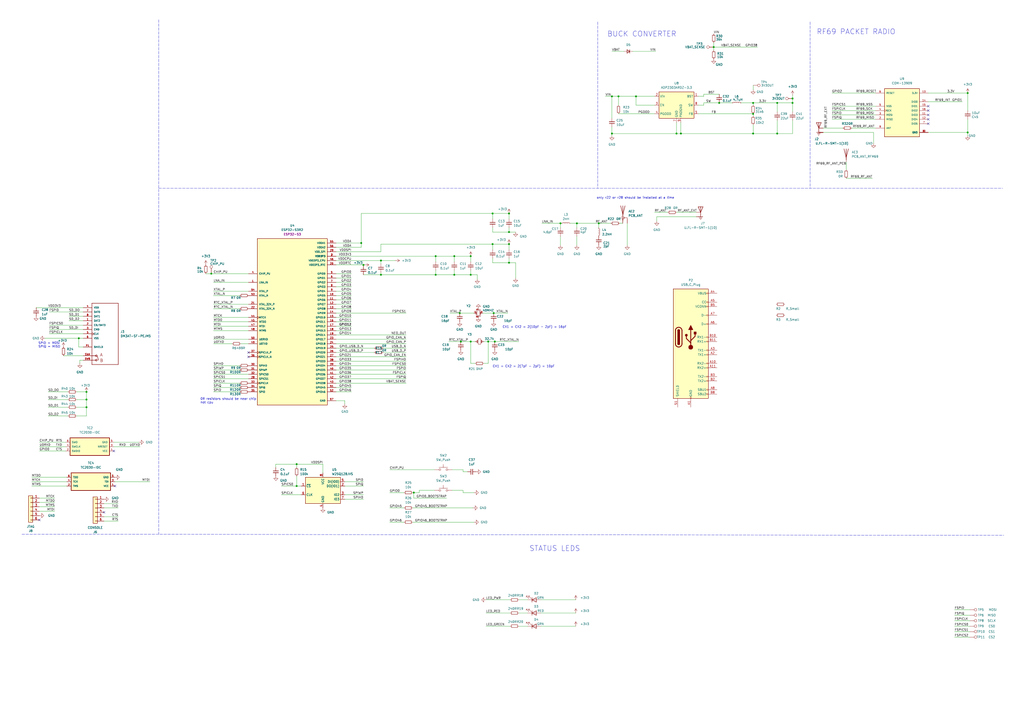
<source format=kicad_sch>
(kicad_sch (version 20211123) (generator eeschema)
  (paper "A2")
  (junction (at 561.34 53.975))
  (junction (at 50.165 227.33))
  (junction (at 436.88 59.69))
  (junction (at 267.335 198.12))
  (junction (at 354.965 77.47))
  (junction (at 459.74 57.15))
  (junction (at 122.555 158.75))
  (junction (at 286.385 181.61))
  (junction (at 252.73 148.59))
  (junction (at 450.85 59.69))
  (junction (at 285.75 123.825))
  (junction (at 273.05 159.385))
  (junction (at 436.88 77.47))
  (junction (at 263.525 148.59))
  (junction (at 561.34 76.835))
  (junction (at 459.74 59.69))
  (junction (at 252.73 159.385))
  (junction (at 50.165 231.775))
  (junction (at 50.165 236.22))
  (junction (at 263.525 159.385))
  (junction (at 354.965 55.88))
  (junction (at 368.935 55.88))
  (junction (at 287.02 198.12))
  (junction (at 334.645 129.54))
  (junction (at 295.275 134.62))
  (junction (at 295.275 152.4))
  (junction (at 266.7 181.61))
  (junction (at 220.98 151.13))
  (junction (at 358.775 55.88))
  (junction (at 172.085 269.24))
  (junction (at 347.345 129.54))
  (junction (at 394.97 77.47))
  (junction (at 285.75 141.605))
  (junction (at 209.55 140.97))
  (junction (at 210.82 153.67))
  (junction (at 273.05 148.59))
  (junction (at 436.88 66.04))
  (junction (at 220.98 159.385))
  (junction (at 295.275 141.605))
  (junction (at 45.72 196.215))
  (junction (at 283.21 198.12))
  (junction (at 172.085 281.94))
  (junction (at 392.43 77.47))
  (junction (at 417.195 59.69))
  (junction (at 325.12 129.54))
  (junction (at 273.05 198.12))
  (junction (at 295.275 123.825))
  (junction (at 240.03 285.75))
  (junction (at 450.85 77.47))
  (junction (at 414.02 27.305))
  (no_connect (at 538.48 71.755))
  (no_connect (at 538.48 69.215))
  (no_connect (at 538.48 66.675))
  (no_connect (at 144.145 207.01))
  (no_connect (at 60.325 297.18))
  (no_connect (at 22.86 301.625))
  (no_connect (at 66.04 261.62))
  (no_connect (at 538.48 64.135))
  (no_connect (at 538.48 61.595))
  (no_connect (at 66.675 281.94))
  (no_connect (at 144.145 204.47))
  (wire (pts (xy 414.02 27.305) (xy 439.42 27.305)))
  (wire (pts (xy 46.355 210.82) (xy 46.355 208.915)))
  (wire (pts (xy 436.88 77.47) (xy 436.88 72.39)))
  (wire (pts (xy 561.34 64.135) (xy 561.34 53.975)))
  (wire (pts (xy 334.01 363.22) (xy 313.69 363.22)))
  (wire (pts (xy 22.86 261.62) (xy 38.1 261.62)))
  (wire (pts (xy 325.12 129.54) (xy 325.12 132.08)))
  (polyline (pts (xy 92.075 109.22) (xy 581.66 109.22)))
  (wire (pts (xy 172.085 269.24) (xy 187.325 269.24)))
  (wire (pts (xy 194.945 227.33) (xy 203.835 227.33)))
  (wire (pts (xy 194.945 153.67) (xy 210.82 153.67)))
  (wire (pts (xy 194.945 146.05) (xy 220.98 146.05)))
  (wire (pts (xy 459.74 59.69) (xy 459.74 64.77)))
  (wire (pts (xy 28.575 193.675) (xy 48.26 193.675)))
  (wire (pts (xy 240.03 285.75) (xy 243.205 285.75)))
  (wire (pts (xy 300.99 363.22) (xy 306.07 363.22)))
  (wire (pts (xy 18.415 279.4) (xy 38.735 279.4)))
  (wire (pts (xy 123.825 176.53) (xy 144.145 176.53)))
  (wire (pts (xy 368.935 60.96) (xy 368.935 55.88)))
  (wire (pts (xy 268.605 284.48) (xy 268.605 285.75)))
  (wire (pts (xy 139.7 199.39) (xy 144.145 199.39)))
  (wire (pts (xy 86.995 279.4) (xy 66.675 279.4)))
  (wire (pts (xy 220.98 151.13) (xy 220.98 153.035)))
  (wire (pts (xy 381 125.73) (xy 403.86 125.73)))
  (wire (pts (xy 220.98 158.115) (xy 220.98 159.385)))
  (wire (pts (xy 436.88 77.47) (xy 450.85 77.47)))
  (wire (pts (xy 200.025 279.4) (xy 210.82 279.4)))
  (wire (pts (xy 44.45 241.3) (xy 50.165 241.3)))
  (wire (pts (xy 482.6 64.135) (xy 508 64.135)))
  (wire (pts (xy 123.825 163.83) (xy 144.145 163.83)))
  (wire (pts (xy 50.165 241.3) (xy 50.165 236.22)))
  (wire (pts (xy 281.94 363.22) (xy 295.91 363.22)))
  (wire (pts (xy 300.99 347.98) (xy 306.07 347.98)))
  (wire (pts (xy 209.55 123.825) (xy 285.75 123.825)))
  (wire (pts (xy 408.305 55.88) (xy 408.305 54.61)))
  (polyline (pts (xy 12.7 309.88) (xy 582.295 310.515)))
  (wire (pts (xy 22.86 294.005) (xy 31.75 294.005)))
  (wire (pts (xy 200.025 234.315) (xy 200.025 232.41)))
  (wire (pts (xy 394.97 77.47) (xy 436.88 77.47)))
  (wire (pts (xy 358.775 55.88) (xy 358.775 60.96)))
  (wire (pts (xy 392.43 71.12) (xy 392.43 77.47)))
  (wire (pts (xy 240.03 288.925) (xy 240.03 285.75)))
  (wire (pts (xy 60.325 294.64) (xy 68.58 294.64)))
  (polyline (pts (xy 346.71 12.7) (xy 346.71 109.22)))
  (wire (pts (xy 123.825 186.69) (xy 144.145 186.69)))
  (wire (pts (xy 553.72 353.695) (xy 562.61 353.695)))
  (wire (pts (xy 60.325 299.72) (xy 68.58 299.72)))
  (wire (pts (xy 351.155 55.88) (xy 354.965 55.88)))
  (wire (pts (xy 194.945 212.09) (xy 235.585 212.09)))
  (wire (pts (xy 123.825 179.07) (xy 139.065 179.07)))
  (wire (pts (xy 285.75 141.605) (xy 285.75 144.78)))
  (wire (pts (xy 160.02 269.24) (xy 172.085 269.24)))
  (wire (pts (xy 160.02 271.145) (xy 160.02 269.24)))
  (wire (pts (xy 314.325 129.54) (xy 325.12 129.54)))
  (wire (pts (xy 210.82 153.67) (xy 211.455 153.67)))
  (wire (pts (xy 210.82 153.67) (xy 210.82 154.305)))
  (wire (pts (xy 295.275 152.4) (xy 285.75 152.4)))
  (wire (pts (xy 313.69 347.98) (xy 334.01 347.98)))
  (wire (pts (xy 334.645 137.16) (xy 334.645 142.24)))
  (wire (pts (xy 50.165 231.775) (xy 50.165 236.22)))
  (wire (pts (xy 300.99 355.6) (xy 306.07 355.6)))
  (wire (pts (xy 273.05 159.385) (xy 273.05 156.845)))
  (wire (pts (xy 561.34 78.74) (xy 561.34 76.835)))
  (wire (pts (xy 295.275 134.62) (xy 295.275 132.08)))
  (wire (pts (xy 194.945 158.75) (xy 203.835 158.75)))
  (wire (pts (xy 194.945 217.17) (xy 235.585 217.17)))
  (wire (pts (xy 123.825 168.91) (xy 144.145 168.91)))
  (wire (pts (xy 194.945 161.29) (xy 203.835 161.29)))
  (wire (pts (xy 194.945 143.51) (xy 209.55 143.51)))
  (wire (pts (xy 459.74 55.245) (xy 459.74 57.15)))
  (wire (pts (xy 220.98 141.605) (xy 285.75 141.605)))
  (wire (pts (xy 295.275 141.605) (xy 295.275 144.78)))
  (wire (pts (xy 490.855 93.98) (xy 490.855 98.425)))
  (wire (pts (xy 226.06 285.75) (xy 234.315 285.75)))
  (wire (pts (xy 287.02 198.12) (xy 283.21 198.12)))
  (wire (pts (xy 450.85 69.85) (xy 450.85 77.47)))
  (wire (pts (xy 408.305 59.69) (xy 417.195 59.69)))
  (wire (pts (xy 275.59 210.82) (xy 273.05 210.82)))
  (wire (pts (xy 123.825 171.45) (xy 139.065 171.45)))
  (wire (pts (xy 354.965 73.66) (xy 354.965 77.47)))
  (wire (pts (xy 354.965 29.845) (xy 361.95 29.845)))
  (wire (pts (xy 477.52 74.295) (xy 488.95 74.295)))
  (wire (pts (xy 334.01 355.6) (xy 313.69 355.6)))
  (wire (pts (xy 280.67 210.82) (xy 283.21 210.82)))
  (wire (pts (xy 123.825 196.85) (xy 144.145 196.85)))
  (wire (pts (xy 561.34 69.215) (xy 561.34 76.835)))
  (wire (pts (xy 286.385 181.61) (xy 280.035 181.61)))
  (wire (pts (xy 46.355 208.915) (xy 48.26 208.915)))
  (wire (pts (xy 368.935 60.96) (xy 379.73 60.96)))
  (wire (pts (xy 358.775 55.88) (xy 368.935 55.88)))
  (wire (pts (xy 27.94 231.775) (xy 39.37 231.775)))
  (wire (pts (xy 123.825 222.25) (xy 139.065 222.25)))
  (wire (pts (xy 436.88 66.04) (xy 436.88 67.31)))
  (wire (pts (xy 482.6 61.595) (xy 508 61.595)))
  (wire (pts (xy 194.945 186.69) (xy 203.835 186.69)))
  (wire (pts (xy 60.325 302.26) (xy 68.58 302.26)))
  (wire (pts (xy 194.945 219.71) (xy 235.585 219.71)))
  (wire (pts (xy 172.085 269.24) (xy 172.085 271.145)))
  (wire (pts (xy 276.86 161.925) (xy 276.86 159.385)))
  (wire (pts (xy 222.25 204.47) (xy 235.585 204.47)))
  (wire (pts (xy 36.83 206.375) (xy 48.26 206.375)))
  (wire (pts (xy 285.75 141.605) (xy 295.275 141.605)))
  (wire (pts (xy 381 128.27) (xy 381 125.73)))
  (wire (pts (xy 194.945 166.37) (xy 203.835 166.37)))
  (wire (pts (xy 210.82 159.385) (xy 220.98 159.385)))
  (wire (pts (xy 123.825 224.79) (xy 139.065 224.79)))
  (wire (pts (xy 163.195 281.94) (xy 172.085 281.94)))
  (wire (pts (xy 429.895 59.69) (xy 436.88 59.69)))
  (wire (pts (xy 263.525 148.59) (xy 263.525 151.765)))
  (wire (pts (xy 553.72 369.57) (xy 562.61 369.57)))
  (wire (pts (xy 283.21 198.12) (xy 280.67 198.12)))
  (wire (pts (xy 194.945 209.55) (xy 235.585 209.55)))
  (wire (pts (xy 28.575 188.595) (xy 48.26 188.595)))
  (wire (pts (xy 482.6 53.975) (xy 508 53.975)))
  (wire (pts (xy 28.575 191.135) (xy 48.26 191.135)))
  (wire (pts (xy 553.72 356.87) (xy 562.61 356.87)))
  (wire (pts (xy 260.985 181.61) (xy 266.7 181.61)))
  (wire (pts (xy 22.86 288.925) (xy 31.75 288.925)))
  (wire (pts (xy 22.86 296.545) (xy 31.75 296.545)))
  (wire (pts (xy 354.965 78.74) (xy 354.965 77.47)))
  (wire (pts (xy 334.645 132.08) (xy 334.645 129.54)))
  (wire (pts (xy 194.945 140.97) (xy 209.55 140.97)))
  (wire (pts (xy 273.05 210.82) (xy 273.05 198.12)))
  (wire (pts (xy 194.945 207.01) (xy 235.585 207.01)))
  (wire (pts (xy 18.415 281.94) (xy 38.735 281.94)))
  (wire (pts (xy 27.94 227.33) (xy 39.37 227.33)))
  (wire (pts (xy 194.945 191.77) (xy 203.835 191.77)))
  (wire (pts (xy 194.945 173.99) (xy 203.835 173.99)))
  (polyline (pts (xy 92.075 11.43) (xy 92.075 309.88)))
  (wire (pts (xy 194.945 194.31) (xy 235.585 194.31)))
  (wire (pts (xy 220.98 141.605) (xy 220.98 146.05)))
  (wire (pts (xy 285.75 123.825) (xy 295.275 123.825)))
  (wire (pts (xy 26.035 196.215) (xy 45.72 196.215)))
  (wire (pts (xy 482.6 66.675) (xy 508 66.675)))
  (polyline (pts (xy 469.9 12.7) (xy 469.9 109.22)))
  (wire (pts (xy 187.325 269.24) (xy 187.325 274.32)))
  (wire (pts (xy 379.73 123.19) (xy 387.35 123.19)))
  (wire (pts (xy 394.97 71.12) (xy 394.97 77.47)))
  (wire (pts (xy 450.85 59.69) (xy 459.74 59.69)))
  (wire (pts (xy 268.605 273.685) (xy 268.605 272.415)))
  (wire (pts (xy 260.35 198.12) (xy 267.335 198.12)))
  (wire (pts (xy 194.945 179.07) (xy 203.835 179.07)))
  (wire (pts (xy 44.45 231.775) (xy 50.165 231.775)))
  (wire (pts (xy 262.255 272.415) (xy 268.605 272.415)))
  (wire (pts (xy 123.825 184.15) (xy 144.145 184.15)))
  (wire (pts (xy 359.41 129.54) (xy 361.315 129.54)))
  (wire (pts (xy 163.195 287.02) (xy 174.625 287.02)))
  (wire (pts (xy 200.025 287.02) (xy 210.82 287.02)))
  (wire (pts (xy 22.86 256.54) (xy 38.1 256.54)))
  (wire (pts (xy 459.74 57.15) (xy 459.74 59.69)))
  (wire (pts (xy 405.13 60.96) (xy 408.305 60.96)))
  (wire (pts (xy 299.085 134.62) (xy 295.275 134.62)))
  (wire (pts (xy 48.26 201.295) (xy 45.72 201.295)))
  (wire (pts (xy 194.945 148.59) (xy 252.73 148.59)))
  (wire (pts (xy 194.945 201.93) (xy 217.17 201.93)))
  (wire (pts (xy 209.55 123.825) (xy 209.55 140.97)))
  (wire (pts (xy 506.73 83.185) (xy 506.73 76.835)))
  (wire (pts (xy 119.38 158.75) (xy 122.555 158.75)))
  (wire (pts (xy 239.395 302.895) (xy 274.955 302.895)))
  (wire (pts (xy 354.965 55.88) (xy 358.775 55.88)))
  (wire (pts (xy 220.98 151.13) (xy 229.235 151.13)))
  (wire (pts (xy 367.03 29.845) (xy 380.365 29.845)))
  (wire (pts (xy 194.945 204.47) (xy 217.17 204.47)))
  (wire (pts (xy 538.48 76.835) (xy 561.34 76.835)))
  (wire (pts (xy 295.275 123.825) (xy 295.275 127)))
  (wire (pts (xy 194.945 189.23) (xy 203.835 189.23)))
  (wire (pts (xy 414.02 29.21) (xy 414.02 27.305)))
  (wire (pts (xy 240.03 288.925) (xy 259.08 288.925)))
  (wire (pts (xy 347.345 129.54) (xy 334.645 129.54)))
  (wire (pts (xy 459.74 69.85) (xy 459.74 77.47)))
  (wire (pts (xy 27.94 236.22) (xy 39.37 236.22)))
  (wire (pts (xy 66.04 259.08) (xy 81.28 259.08)))
  (wire (pts (xy 553.72 360.045) (xy 562.61 360.045)))
  (wire (pts (xy 295.275 134.62) (xy 285.75 134.62)))
  (wire (pts (xy 44.45 227.33) (xy 50.165 227.33)))
  (wire (pts (xy 405.13 66.04) (xy 436.88 66.04)))
  (wire (pts (xy 45.72 201.295) (xy 45.72 196.215)))
  (wire (pts (xy 295.275 152.4) (xy 295.275 149.86)))
  (wire (pts (xy 325.12 137.16) (xy 325.12 142.24)))
  (wire (pts (xy 285.75 132.08) (xy 285.75 134.62)))
  (wire (pts (xy 194.945 168.91) (xy 203.835 168.91)))
  (wire (pts (xy 239.395 294.64) (xy 274.32 294.64)))
  (wire (pts (xy 273.05 159.385) (xy 263.525 159.385)))
  (wire (pts (xy 299.085 152.4) (xy 295.275 152.4)))
  (wire (pts (xy 368.935 55.88) (xy 379.73 55.88)))
  (wire (pts (xy 252.73 148.59) (xy 263.525 148.59)))
  (wire (pts (xy 123.825 214.63) (xy 139.065 214.63)))
  (wire (pts (xy 123.825 199.39) (xy 134.62 199.39)))
  (wire (pts (xy 20.955 178.435) (xy 48.26 178.435)))
  (wire (pts (xy 263.525 148.59) (xy 273.05 148.59)))
  (wire (pts (xy 200.025 232.41) (xy 194.945 232.41)))
  (wire (pts (xy 123.825 189.23) (xy 144.145 189.23)))
  (wire (pts (xy 417.195 59.69) (xy 424.815 59.69)))
  (wire (pts (xy 354.965 55.88) (xy 354.965 68.58)))
  (wire (pts (xy 283.21 210.82) (xy 283.21 198.12)))
  (wire (pts (xy 172.085 276.225) (xy 172.085 281.94)))
  (wire (pts (xy 28.575 180.975) (xy 48.26 180.975)))
  (wire (pts (xy 538.48 53.975) (xy 561.34 53.975)))
  (wire (pts (xy 436.88 59.69) (xy 450.85 59.69)))
  (wire (pts (xy 405.13 55.88) (xy 408.305 55.88)))
  (wire (pts (xy 60.325 292.1) (xy 68.58 292.1)))
  (wire (pts (xy 354.965 77.47) (xy 392.43 77.47)))
  (wire (pts (xy 285.75 123.825) (xy 285.75 127)))
  (wire (pts (xy 123.825 217.17) (xy 144.145 217.17)))
  (wire (pts (xy 506.095 103.505) (xy 490.855 103.505)))
  (wire (pts (xy 50.165 227.33) (xy 50.165 231.775)))
  (wire (pts (xy 494.03 74.295) (xy 508 74.295)))
  (wire (pts (xy 194.945 184.15) (xy 203.835 184.15)))
  (wire (pts (xy 392.43 77.47) (xy 394.97 77.47)))
  (wire (pts (xy 122.555 158.75) (xy 144.145 158.75)))
  (wire (pts (xy 252.73 148.59) (xy 252.73 151.765)))
  (wire (pts (xy 273.05 198.12) (xy 275.59 198.12)))
  (wire (pts (xy 123.825 212.09) (xy 139.065 212.09)))
  (wire (pts (xy 222.25 201.93) (xy 235.585 201.93)))
  (wire (pts (xy 22.86 259.08) (xy 38.1 259.08)))
  (wire (pts (xy 172.085 281.94) (xy 174.625 281.94)))
  (wire (pts (xy 226.06 302.895) (xy 234.315 302.895)))
  (wire (pts (xy 194.945 199.39) (xy 235.585 199.39)))
  (wire (pts (xy 122.555 158.115) (xy 122.555 158.75)))
  (wire (pts (xy 194.945 151.13) (xy 220.98 151.13)))
  (wire (pts (xy 408.305 54.61) (xy 417.195 54.61)))
  (wire (pts (xy 209.55 143.51) (xy 209.55 140.97)))
  (wire (pts (xy 40.005 183.515) (xy 48.26 183.515)))
  (wire (pts (xy 285.75 149.86) (xy 285.75 152.4)))
  (wire (pts (xy 123.825 227.33) (xy 139.065 227.33)))
  (wire (pts (xy 553.72 366.395) (xy 562.61 366.395)))
  (wire (pts (xy 194.945 163.83) (xy 203.835 163.83)))
  (wire (pts (xy 66.04 256.54) (xy 80.645 256.54)))
  (wire (pts (xy 263.525 156.845) (xy 263.525 159.385)))
  (wire (pts (xy 239.395 285.75) (xy 240.03 285.75)))
  (wire (pts (xy 200.025 281.94) (xy 210.82 281.94)))
  (wire (pts (xy 194.945 214.63) (xy 235.585 214.63)))
  (wire (pts (xy 123.825 219.71) (xy 144.145 219.71)))
  (wire (pts (xy 243.205 284.48) (xy 252.095 284.48)))
  (wire (pts (xy 334.645 129.54) (xy 330.835 129.54)))
  (wire (pts (xy 325.12 129.54) (xy 325.755 129.54)))
  (wire (pts (xy 553.72 363.22) (xy 562.61 363.22)))
  (wire (pts (xy 27.94 241.3) (xy 39.37 241.3)))
  (wire (pts (xy 44.45 236.22) (xy 50.165 236.22)))
  (wire (pts (xy 45.72 196.215) (xy 48.26 196.215)))
  (wire (pts (xy 123.825 191.77) (xy 144.145 191.77)))
  (wire (pts (xy 226.06 272.415) (xy 252.095 272.415)))
  (wire (pts (xy 267.335 198.12) (xy 273.05 198.12)))
  (wire (pts (xy 194.945 224.79) (xy 203.835 224.79)))
  (wire (pts (xy 286.385 181.61) (xy 294.64 181.61)))
  (wire (pts (xy 299.085 161.29) (xy 299.085 152.4)))
  (wire (pts (xy 347.345 129.54) (xy 354.33 129.54)))
  (wire (pts (xy 268.605 285.75) (xy 274.955 285.75)))
  (wire (pts (xy 262.255 284.48) (xy 268.605 284.48)))
  (wire (pts (xy 281.94 355.6) (xy 295.91 355.6)))
  (wire (pts (xy 358.775 66.04) (xy 379.73 66.04)))
  (wire (pts (xy 538.48 59.055) (xy 558.165 59.055)))
  (wire (pts (xy 220.98 159.385) (xy 252.73 159.385)))
  (wire (pts (xy 243.205 285.75) (xy 243.205 284.48)))
  (wire (pts (xy 403.86 123.19) (xy 392.43 123.19)))
  (wire (pts (xy 252.73 156.845) (xy 252.73 159.385)))
  (wire (pts (xy 287.02 198.12) (xy 300.99 198.12)))
  (wire (pts (xy 194.945 171.45) (xy 203.835 171.45)))
  (wire (pts (xy 200.025 289.56) (xy 210.82 289.56)))
  (wire (pts (xy 482.6 69.215) (xy 508 69.215)))
  (wire (pts (xy 271.145 273.685) (xy 268.605 273.685)))
  (wire (pts (xy 194.945 181.61) (xy 235.585 181.61)))
  (wire (pts (xy 450.85 59.69) (xy 450.85 64.77)))
  (wire (pts (xy 194.945 196.85) (xy 235.585 196.85)))
  (wire (pts (xy 363.855 129.54) (xy 363.855 142.24)))
  (wire (pts (xy 263.525 159.385) (xy 252.73 159.385)))
  (wire (pts (xy 273.05 148.59) (xy 273.05 151.765)))
  (wire (pts (xy 22.86 291.465) (xy 31.75 291.465)))
  (wire (pts (xy 18.415 276.86) (xy 38.735 276.86)))
  (wire (pts (xy 226.06 294.64) (xy 234.315 294.64)))
  (wire (pts (xy 40.005 186.055) (xy 48.26 186.055)))
  (wire (pts (xy 194.945 222.25) (xy 235.585 222.25)))
  (wire (pts (xy 276.86 159.385) (xy 273.05 159.385)))
  (wire (pts (xy 266.7 181.61) (xy 274.955 181.61)))
  (wire (pts (xy 414.02 27.305) (xy 414.02 24.765)))
  (wire (pts (xy 408.305 60.96) (xy 408.305 59.69)))
  (wire (pts (xy 436.88 49.53) (xy 436.88 52.07)))
  (wire (pts (xy 506.73 76.835) (xy 477.52 76.835)))
  (wire (pts (xy 459.74 77.47) (xy 450.85 77.47)))
  (wire (pts (xy 194.945 176.53) (xy 203.835 176.53)))
  (wire (pts (xy 281.94 347.98) (xy 295.91 347.98)))
  (wire (pts (xy 436.88 59.69) (xy 436.88 60.96)))
  (wire (pts (xy 347.345 132.08) (xy 347.345 129.54)))
  (text "CX1 = CX2 = 2(7pF - 2pF) = 10pF" (at 285.75 213.36 0) (effects (font (size 1.27 1.27)) (justify left bottom)))
  (text "only r22 or r28 should be installed at a time" (at 346.075 115.57 0) (effects (font (size 1.27 1.27)) (justify left bottom)))
  (text "0R resistors should be near chip\nnot cpu" (at 116.205 234.315 0) (effects (font (size 1.27 1.27)) (justify left bottom)))
  (text "SPID = MOSI\nSPIQ = MISO" (at 22.225 201.93 0) (effects (font (size 1.27 1.27)) (justify left bottom)))
  (text "STATUS LEDS" (at 336.55 320.04 180) (effects (font (size 3 3)) (justify right bottom)))
  (text "BUCK CONVERTER" (at 392.43 21.59 180) (effects (font (size 3 3)) (justify right bottom)))
  (text "RF69 PACKET RADIO" (at 473.71 20.32 0) (effects (font (size 3 3)) (justify left bottom)))
  (text "CX1 = CX2 = 2(10pF - 2pF) = 16pF" (at 291.465 190.5 0) (effects (font (size 1.27 1.27)) (justify left bottom)))
  (label "GPIO12" (at 203.835 189.23 180))
  (label "GPIO35" (at 203.835 214.63 180))
  (label "FSPICS0" (at 235.585 212.09 180))
  (label "CHIP_PU" (at 22.86 256.54 0))
  (label "GPIO10" (at 203.835 184.15 180))
  (label "GPIO_USB_D_P" (at 196.85 204.47 0))
  (label "U0RXD" (at 123.825 196.85 0))
  (label "GPIO34" (at 203.835 212.09 180))
  (label "RTC_XTAL_N" (at 123.825 179.07 0))
  (label "LED_GREEN" (at 281.94 363.22 0))
  (label "FSPIQ" (at 482.6 69.215 0))
  (label "MTCK" (at 31.75 288.925 180))
  (label "GPIO11" (at 203.835 186.69 180))
  (label "CHIP_PU" (at 226.06 272.415 0))
  (label "GPIO37" (at 203.835 219.71 180))
  (label "GPIO33" (at 203.835 209.55 180))
  (label "SD_DI" (at 27.94 231.775 0))
  (label "VIN" (at 380.365 29.845 180))
  (label "TXD" (at 68.58 294.64 180))
  (label "SPICS0" (at 123.825 217.17 0))
  (label "LED_RED" (at 281.94 355.6 0))
  (label "MTCK" (at 123.825 184.15 0))
  (label "TXD" (at 32.385 259.08 0))
  (label "GPIO3" (at 203.835 166.37 180))
  (label "MTDO" (at 31.75 291.465 180))
  (label "GPIO_CAN_P" (at 235.585 199.39 180))
  (label "GPIO38" (at 439.42 27.305 180))
  (label "GPIO38" (at 203.835 222.25 180))
  (label "BST" (at 410.845 54.61 0))
  (label "RTS" (at 68.58 302.26 180))
  (label "SPIQ" (at 210.82 281.94 180))
  (label "SPID" (at 123.825 227.33 0))
  (label "VDD3V3" (at 27.94 178.435 0))
  (label "SPICS0" (at 163.195 281.94 0))
  (label "VDDA" (at 203.835 143.51 180))
  (label "FSPID" (at 553.72 353.695 0))
  (label "GPIO_CAN_EN" (at 235.585 207.01 180))
  (label "NEO_OUT" (at 235.585 194.31 180))
  (label "MTCK" (at 18.415 279.4 0))
  (label "SPID" (at 210.82 279.4 180))
  (label "GPIO0" (at 22.86 261.62 0))
  (label "RF69_RF_ANT_PCB" (at 490.855 95.885 180))
  (label "FSPIQ" (at 28.575 191.135 0))
  (label "RTC_XTAL_N" (at 300.99 198.12 180))
  (label "GPIO45_BOOTSTRAP" (at 240.665 294.64 0))
  (label "3.3V" (at 444.5 59.69 180))
  (label "GPIO_USB_D_N" (at 196.85 201.93 0))
  (label "MTDO" (at 123.825 186.69 0))
  (label "CHIP_PU" (at 123.825 158.75 0))
  (label "GPIO36" (at 203.835 217.17 180))
  (label "GPIO0_BOOTSTRAP" (at 259.08 288.925 180))
  (label "LED_PWR" (at 281.94 347.98 0))
  (label "SD_D2" (at 27.94 241.3 0))
  (label "SD_D1" (at 40.005 183.515 0))
  (label "GPIO_CAN_N" (at 235.585 196.85 180))
  (label "XTAL_P" (at 260.985 181.61 0))
  (label "SD_D1" (at 27.94 236.22 0))
  (label "MTDI" (at 31.75 296.545 180))
  (label "FSPICS0" (at 553.72 363.22 0))
  (label "LNA_IN" (at 123.825 163.83 0))
  (label "GPIO45" (at 203.835 224.79 180))
  (label "FSPICS0" (at 28.575 188.595 0))
  (label "RF_ANT_EXT" (at 393.065 123.19 0))
  (label "SD_D2" (at 40.005 186.055 0))
  (label "VDD3V3" (at 203.835 148.59 180))
  (label "FSPICS1" (at 553.72 366.395 0))
  (label "SW" (at 409.575 59.69 0))
  (label "GPIO1" (at 558.165 59.055 180))
  (label "U0TXD" (at 81.28 259.08 180))
  (label "FSPID" (at 28.575 180.975 0))
  (label "GPIO5" (at 203.835 171.45 180))
  (label "MTDO" (at 18.415 276.86 0))
  (label "SPICLK" (at 163.195 287.02 0))
  (label "GPIO46" (at 226.06 302.895 0))
  (label "GPIO21" (at 203.835 207.01 180))
  (label "GPIO4" (at 203.835 168.91 180))
  (label "XTAL_N" (at 123.825 171.45 0))
  (label "RF_ANT" (at 352.425 129.54 180))
  (label "GPIO12" (at 203.835 189.23 180))
  (label "GPIO46_BOOTSTRAP" (at 240.665 302.895 0))
  (label "RTC_XTAL_P" (at 123.825 176.53 0))
  (label "MTMS" (at 18.415 281.94 0))
  (label "VBAT_SENSE" (at 429.895 27.305 180))
  (label "GPIO7" (at 203.835 176.53 180))
  (label "GPIO13" (at 203.835 191.77 180))
  (label "FSPICLK" (at 235.585 217.17 180))
  (label "GPIO46" (at 203.835 227.33 180))
  (label "GPIO2" (at 203.835 163.83 180))
  (label "GPIO2" (at 482.6 53.975 0))
  (label "FSPICLK" (at 553.72 360.045 0))
  (label "RXD" (at 73.025 259.08 180))
  (label "USB_D_P" (at 235.585 204.47 180))
  (label "GPIO9" (at 203.835 181.61 180))
  (label "RTS" (at 32.385 256.54 0))
  (label "FSPIQ" (at 553.72 356.87 0))
  (label "VDDRTC" (at 203.835 153.67 180))
  (label "RF69_RESET" (at 496.57 53.975 0))
  (label "FSPIQ" (at 235.585 219.71 180))
  (label "SPIHD" (at 210.82 289.56 180))
  (label "SPIHD" (at 123.825 212.09 0))
  (label "MTDI" (at 123.825 189.23 0))
  (label "CTS" (at 68.58 299.72 180))
  (label "GPIO14" (at 203.835 194.31 180))
  (label "XTAL_P" (at 123.825 168.91 0))
  (label "VBAT_SENSE" (at 235.585 222.25 180))
  (label "GPIO8" (at 203.835 179.07 180))
  (label "SPICLK" (at 123.825 222.25 0))
  (label "XTAL_N" (at 294.64 181.61 180))
  (label "FSPICS1" (at 235.585 181.61 180))
  (label "U0RXD" (at 22.86 259.08 0))
  (label "VBAT" (at 354.965 29.845 0))
  (label "CTS" (at 32.385 261.62 0))
  (label "FSPID" (at 235.585 214.63 180))
  (label "SPIWP" (at 123.825 214.63 0))
  (label "SPICS1" (at 123.825 219.71 0))
  (label "USB_D_N" (at 235.585 201.93 180))
  (label "RF69_MISO" (at 496.57 69.215 0))
  (label "3.3V" (at 553.72 53.975 180))
  (label "SPIQ" (at 123.825 224.79 0))
  (label "PGOOD" (at 370.205 66.04 0))
  (label "MTDI" (at 86.995 279.4 180))
  (label "FSPICS2" (at 553.72 369.57 0))
  (label "FSPICLK" (at 28.575 193.675 0))
  (label "FSPICS1" (at 482.6 61.595 0))
  (label "VDDCPU" (at 203.835 151.13 180))
  (label "RF69_RF_ANT" (at 494.665 74.295 0))
  (label "RF69_RF_EXT" (at 480.06 74.295 90))
  (label "RF_ANT" (at 379.73 123.19 0))
  (label "VIN" (at 414.02 19.685 0))
  (label "RF69_INT" (at 551.18 59.055 180))
  (label "GPIO0" (at 226.06 285.75 0))
  (label "VDDA" (at 203.835 140.97 180))
  (label "GPIO1" (at 203.835 161.29 180))
  (label "VDDSPI" (at 203.835 146.05 180))
  (label "VDDSPI" (at 187.325 269.24 180))
  (label "FB" (at 412.75 66.04 0))
  (label "RF69_MOSI" (at 496.57 66.675 0))
  (label "LNA_IN" (at 314.325 129.54 0))
  (label "RF69_RF_ANT" (at 506.095 103.505 180))
  (label "RTC_XTAL_P" (at 260.35 198.12 0))
  (label "MTMS" (at 31.75 294.005 180))
  (label "SPIWP" (at 210.82 287.02 180))
  (label "SD_DO" (at 40.005 180.975 0))
  (label "GPIO45" (at 226.06 294.64 0))
  (label "RF69_NSS" (at 496.57 61.595 0))
  (label "VIN" (at 351.155 55.88 0))
  (label "SD_DI" (at 40.005 191.135 0))
  (label "U0TXD" (at 123.825 199.39 0))
  (label "FSPICLK" (at 482.6 64.135 0))
  (label "MTMS" (at 123.825 191.77 0))
  (label "RF69_SCK" (at 496.57 64.135 0))
  (label "SD_DO" (at 27.94 227.33 0))
  (label "FSPID" (at 482.6 66.675 0))
  (label "FSPIHD" (at 235.585 209.55 180))
  (label "GPIO0" (at 203.835 158.75 180))
  (label "RXD" (at 68.58 292.1 180))
  (label "GPIO6" (at 203.835 173.99 180))
  (symbol (lib_id "Device:R_Small") (at 356.87 129.54 270) (unit 1)
    (property "Reference" "R22" (at 354.33 127 90))
    (property "Value" "0R" (at 358.775 127 90))
    (property "Footprint" "Resistor_SMD:R_0402_1005Metric" (effects hide))
  )
  (symbol (lib_id "power:+3V3") (at 334.01 347.98 0) (unit 1)
    (property "Reference" "#PWR034" (effects hide))
    (property "Value" "+3V3" (at 336.55 346.7099 0) (effects (justify left)))
  )
  (symbol (lib_id "Device:R_Small") (at 236.855 302.895 90) (unit 1)
    (property "Reference" "R27" (at 236.855 297.18 90))
    (property "Value" "10k" (at 236.855 299.72 90))
    (property "Footprint" "Resistor_SMD:R_0402_1005Metric" (effects hide))
    (property "Description" "RES 10K OHM 5% 1/16W 0402" (effects hide))
    (property "MPN" "RMCF0402JT10K0" (effects hide))
  )
  (symbol (lib_id "Connector:USB_C_Plug") (at 400.685 195.58 0) (unit 1)
    (property "Reference" "P2" (at 400.685 162.56 0))
    (property "Value" "USB_C_Plug" (at 400.685 165.1 0))
    (property "Footprint" "Connector_USB:USB_C_Plug_Molex_105444" (effects hide))
    (property "Datasheet" "https://www.usb.org/sites/default/files/documents/usb_type-c.zip" (effects hide))
  )
  (symbol (lib_id "power:GND") (at 274.955 285.75 90) (unit 1)
    (property "Reference" "#PWR053" (effects hide))
    (property "Value" "GND" (at 278.765 285.7499 90) (effects (justify right)))
  )
  (symbol (lib_id "power:GND") (at 414.02 34.29 0) (unit 1)
    (property "Reference" "#PWR050" (effects hide))
    (property "Value" "GND" (at 417.195 37.465 0))
  )
  (symbol (lib_id "power:+3V3") (at 119.38 153.67 0) (unit 1)
    (property "Reference" "#PWR010" (effects hide))
    (property "Value" "+3V3" (at 119.38 148.59 0))
  )
  (symbol (lib_id "Connector:TestPoint") (at 562.61 369.57 270) (unit 1)
    (property "Reference" "TP11" (at 568.96 369.57 90))
    (property "Value" "CS2" (at 575.31 369.57 90))
    (property "Footprint" "TestPoint:TestPoint_Pad_D1.0mm" (effects hide))
  )
  (symbol (lib_id "Switch:SW_Push") (at 257.175 284.48 0) (unit 1)
    (property "Reference" "SW3" (at 257.175 276.225 0))
    (property "Value" "SW_Push" (at 257.175 278.765 0))
    (property "Footprint" "ConeCodes:SW_RS-032G05A3-SMRT" (effects hide))
    (property "Description" "Tactile Switches SPST 0.05A 12V 250gf " (effects hide))
    (property "MPN" "RS032G05A3SMRT " (effects hide))
  )
  (symbol (lib_id "Device:R_Small") (at 141.605 224.79 90) (unit 1)
    (property "Reference" "R12" (at 135.255 226.06 90))
    (property "Value" "0R" (at 138.43 226.06 90))
    (property "Footprint" "Resistor_SMD:R_0402_1005Metric" (effects hide))
  )
  (symbol (lib_id "power:GND") (at 299.085 161.29 0) (unit 1)
    (property "Reference" "#PWR030" (effects hide))
    (property "Value" "GND" (at 299.085 165.735 0))
  )
  (symbol (lib_id "Device:C_Small") (at 285.75 129.54 0) (unit 1)
    (property "Reference" "C13" (at 288.925 128.2762 0) (effects (justify left)))
    (property "Value" "1uF" (at 288.925 130.8162 0) (effects (justify left)))
    (property "Footprint" "Capacitor_SMD:C_0402_1005Metric" (effects hide))
    (property "Description" "CAP CER 1UF 4V X7T 0402" (effects hide))
    (property "MPN" "CGA2B1X7T0G105M050BC" (effects hide))
  )
  (symbol (lib_id "Device:R_Small") (at 141.605 212.09 90) (unit 1)
    (property "Reference" "R9" (at 135.255 213.36 90))
    (property "Value" "0R" (at 138.43 213.36 90))
    (property "Footprint" "Resistor_SMD:R_0402_1005Metric" (effects hide))
  )
  (symbol (lib_id "Device:R_Small") (at 141.605 179.07 90) (unit 1)
    (property "Reference" "R8" (at 135.255 180.34 90))
    (property "Value" "0R" (at 138.43 180.34 90))
    (property "Footprint" "Resistor_SMD:R_0402_1005Metric" (effects hide))
  )
  (symbol (lib_id "power:GND") (at 46.355 210.82 0) (unit 1)
    (property "Reference" "#PWR049" (effects hide))
    (property "Value" "GND" (at 46.355 215.9 0))
  )
  (symbol (lib_id "power:+3V3") (at 295.275 123.825 0) (unit 1)
    (property "Reference" "#PWR0120" (effects hide))
    (property "Value" "+3V3" (at 291.465 121.285 0))
  )
  (symbol (lib_id "Device:C_Small") (at 220.98 155.575 0) (unit 1)
    (property "Reference" "C8" (at 223.52 154.3112 0) (effects (justify left)))
    (property "Value" "0.1uF" (at 223.52 156.8512 0) (effects (justify left)))
    (property "Footprint" "Capacitor_SMD:C_0402_1005Metric" (effects hide))
    (property "Description" "CAP CER 0.1UF 25V X7R" (effects hide))
    (property "MPN" "C0805C104M3RAC7800" (effects hide))
  )
  (symbol (lib_id "Device:R_Small") (at 141.605 214.63 90) (unit 1)
    (property "Reference" "R10" (at 135.255 215.9 90))
    (property "Value" "0R" (at 138.43 215.9 90))
    (property "Footprint" "Resistor_SMD:R_0402_1005Metric" (effects hide))
  )
  (symbol (lib_id "Connector:TestPoint") (at 562.61 360.045 270) (unit 1)
    (property "Reference" "TP8" (at 568.96 360.045 90))
    (property "Value" "SCLK" (at 575.31 360.045 90))
    (property "Footprint" "TestPoint:TestPoint_Pad_D1.0mm" (effects hide))
  )
  (symbol (lib_id "Device:Antenna") (at 490.855 88.9 0) (mirror y) (unit 1) (in_bom no)
    (property "Reference" "AE3" (at 494.03 88.2649 0) (effects (justify right)))
    (property "Value" "PCB_ANT_RFM69" (at 494.03 90.8049 0) (effects (justify right)))
    (property "Footprint" "RF_Antenna:Texas_SWRA416_868MHz_915MHz" (effects hide))
  )
  (symbol (lib_id "Device:C_Small") (at 287.02 200.66 0) (mirror y) (unit 1)
    (property "Reference" "C23" (at 292.735 200.0312 0) (effects (justify left)))
    (property "Value" "10pF" (at 297.815 202.5712 0) (effects (justify left)))
    (property "Footprint" "Capacitor_SMD:C_0402_1005Metric" (effects hide))
    (property "Description" "CAP CER 10PF 50V NP0 0402" (effects hide))
    (property "MPN" "C1005NP01H100D050BA" (effects hide))
  )
  (symbol (lib_id "Connector:TestPoint") (at 459.74 57.15 90) (unit 1)
    (property "Reference" "TP7" (at 451.485 55.245 90))
    (property "Value" "3V3OUT" (at 451.485 57.15 90))
    (property "Footprint" "TestPoint:TestPoint_Pad_D1.0mm" (effects hide))
  )
  (symbol (lib_id "Device:R_Small") (at 219.71 204.47 90) (unit 1)
    (property "Reference" "R17" (at 219.71 204.47 90))
    (property "Value" "0R" (at 222.885 203.2 90))
    (property "Footprint" "Resistor_SMD:R_0402_1005Metric" (effects hide))
  )
  (symbol (lib_id "power:GND") (at 274.32 294.64 90) (unit 1)
    (property "Reference" "#PWR052" (effects hide))
    (property "Value" "GND" (at 278.13 294.6399 90) (effects (justify right)))
  )
  (symbol (lib_id "Device:R_Small") (at 236.855 285.75 90) (unit 1)
    (property "Reference" "R25" (at 236.855 280.035 90))
    (property "Value" "10k" (at 236.855 282.575 90))
    (property "Footprint" "Resistor_SMD:R_0402_1005Metric" (effects hide))
    (property "Description" "RES 10K OHM 5% 1/16W 0402" (effects hide))
    (property "MPN" "RMCF0402JT10K0" (effects hide))
  )
  (symbol (lib_id "Device:C_Small") (at 417.195 57.15 0) (unit 1)
    (property "Reference" "C32" (at 419.1 55.8862 0) (effects (justify left)))
    (property "Value" "0.1uF" (at 419.1 58.4262 0) (effects (justify left)))
    (property "Footprint" "Capacitor_SMD:C_0805_2012Metric" (effects hide))
    (property "MPN" "LMK212SD104KG-T" (effects hide))
    (property "Description" "CAP CER 0.1UF 10V 0805" (effects hide))
  )
  (symbol (lib_id "Device:LED") (at 309.88 347.98 0) (mirror x) (unit 1)
    (property "Reference" "D2" (at 312.42 344.17 0) (effects (justify right)))
    (property "Value" "GRN" (at 315.595 346.71 0) (effects (justify right)))
    (property "Footprint" "LED_SMD:LED_0603_1608Metric" (effects hide))
    (property "MPN" "QBLP601-2IR4" (effects hide))
    (property "Description" "LED GREEN CLEAR 0603 SMD" (effects hide))
  )
  (symbol (lib_id "Connector:TestPoint") (at 562.61 363.22 270) (unit 1)
    (property "Reference" "TP9" (at 568.96 363.22 90))
    (property "Value" "CS0" (at 575.31 363.22 90))
    (property "Footprint" "TestPoint:TestPoint_Pad_D1.0mm" (effects hide))
  )
  (symbol (lib_id "power:GND") (at 347.345 142.24 0) (unit 1)
    (property "Reference" "#PWR038" (effects hide))
    (property "Value" "GND" (at 347.345 147.32 0))
  )
  (symbol (lib_id "power:GND") (at 26.035 196.215 270) (unit 1)
    (property "Reference" "#PWR046" (effects hide))
    (property "Value" "GND" (at 22.86 196.2149 90) (effects (justify right)))
  )
  (symbol (lib_id "Device:R_Small") (at 452.755 182.88 90) (unit 1)
    (property "Reference" "R3" (at 451.485 185.42 90))
    (property "Value" "R_Small" (at 459.74 185.42 90))
    (property "Footprint" "Resistor_SMD:R_0402_1005Metric" (effects hide))
  )
  (symbol (lib_id "Device:R_Small") (at 41.91 241.3 270) (unit 1)
    (property "Reference" "R45" (at 37.465 239.395 90))
    (property "Value" "10k" (at 41.91 239.395 90))
    (property "Footprint" "Resistor_SMD:R_0402_1005Metric" (effects hide))
    (property "Description" "RES 10K OHM 5% 1/16W 0402" (effects hide))
    (property "MPN" "RMCF0402JT10K0" (effects hide))
  )
  (symbol (lib_id "power:GND") (at 267.335 203.2 0) (unit 1)
    (property "Reference" "#PWR033" (effects hide))
    (property "Value" "GND" (at 267.335 208.28 0))
  )
  (symbol (lib_id "Device:LED") (at 309.88 363.22 0) (mirror x) (unit 1)
    (property "Reference" "D4" (at 312.42 359.41 0) (effects (justify right)))
    (property "Value" "GRN" (at 315.595 361.95 0) (effects (justify right)))
    (property "Footprint" "LED_SMD:LED_0603_1608Metric" (effects hide))
    (property "MPN" "QBLP601-2IR4" (effects hide))
    (property "Description" "LED GREEN CLEAR 0603 SMD" (effects hide))
  )
  (symbol (lib_id "Device:R_Small") (at 219.71 201.93 90) (unit 1)
    (property "Reference" "R16" (at 219.71 201.93 90))
    (property "Value" "0R" (at 222.885 200.66 90))
    (property "Footprint" "Resistor_SMD:R_0402_1005Metric" (effects hide))
  )
  (symbol (lib_id "Device:R_Small") (at 137.16 199.39 90) (unit 1)
    (property "Reference" "R6" (at 135.89 201.93 90))
    (property "Value" "499R" (at 139.7 201.93 90))
    (property "Footprint" "Resistor_SMD:R_0402_1005Metric" (effects hide))
    (property "Description" "RES 499 OHM 1% 1/16W 0402" (effects hide))
    (property "MPN" "RMCF0402FT499R" (effects hide))
  )
  (symbol (lib_id "Device:LED") (at 309.88 355.6 0) (mirror x) (unit 1)
    (property "Reference" "D3" (at 312.42 351.79 0) (effects (justify right)))
    (property "Value" "RED" (at 315.595 354.33 0) (effects (justify right)))
    (property "Footprint" "LED_SMD:LED_0603_1608Metric" (effects hide))
    (property "MPN" "QBLP601-R35" (effects hide))
    (property "Description" "LED RED CLEAR 0603 SMD" (effects hide))
  )
  (symbol (lib_id "power:GND") (at 20.955 183.515 0) (unit 1)
    (property "Reference" "#PWR045" (effects hide))
    (property "Value" "GND" (at 22.86 184.7849 0) (effects (justify left)))
  )
  (symbol (lib_id "Connector_Generic:Conn_01x06") (at 17.78 294.005 0) (mirror y) (unit 1) (in_bom no)
    (property "Reference" "J8" (at 17.78 307.975 0))
    (property "Value" "JTAG" (at 17.78 305.435 0))
    (property "Footprint" "Connector_PinHeader_1.27mm:PinHeader_1x06_P1.27mm_Vertical" (effects hide))
  )
  (symbol (lib_id "power:GND") (at 436.88 52.07 0) (unit 1)
    (property "Reference" "#PWR051" (effects hide))
    (property "Value" "GND" (at 438.785 53.3399 0) (effects (justify left)))
  )
  (symbol (lib_id "Device:Antenna_Shield") (at 361.315 124.46 0) (unit 1) (in_bom no)
    (property "Reference" "AE2" (at 364.49 122.5549 0) (effects (justify left)))
    (property "Value" "PCB_ANT" (at 364.49 125.0949 0) (effects (justify left)))
    (property "Footprint" "RF_Antenna:Texas_SWRA117D_2.4GHz_Right" (effects hide))
  )
  (symbol (lib_id "Device:C_Small") (at 459.74 67.31 0) (unit 1)
    (property "Reference" "C41" (at 461.645 66.0462 0) (effects (justify left)))
    (property "Value" "22uF" (at 461.645 68.5862 0) (effects (justify left)))
    (property "Footprint" "Capacitor_SMD:C_0805_2012Metric" (effects hide))
    (property "MPN" "CL21A226MOQNNNE" (effects hide))
    (property "Description" "CAP CER 22UF 16V X5R 0805" (effects hide))
  )
  (symbol (lib_id "Device:C_Small") (at 450.85 67.31 0) (unit 1)
    (property "Reference" "C39" (at 452.755 66.0462 0) (effects (justify left)))
    (property "Value" "22uF" (at 452.755 68.5862 0) (effects (justify left)))
    (property "Footprint" "Capacitor_SMD:C_0805_2012Metric" (effects hide))
    (property "MPN" "CL21A226MOQNNNE" (effects hide))
    (property "Description" "CAP CER 22UF 16V X5R 0805" (effects hide))
  )
  (symbol (lib_id "power:GND") (at 334.645 142.24 0) (unit 1)
    (property "Reference" "#PWR035" (effects hide))
    (property "Value" "GND" (at 334.645 147.32 0))
  )
  (symbol (lib_id "power:+3V3") (at 334.01 355.6 0) (unit 1)
    (property "Reference" "#PWR0128" (effects hide))
    (property "Value" "+3V3" (at 336.55 354.3299 0) (effects (justify left)))
  )
  (symbol (lib_id "Connector:TestPoint") (at 436.88 49.53 270) (unit 1)
    (property "Reference" "TP4" (at 443.23 47.625 90))
    (property "Value" "3V3OUT" (at 445.135 49.53 90))
    (property "Footprint" "TestPoint:TestPoint_Pad_D1.0mm" (effects hide))
  )
  (symbol (lib_id "Device:L_Small") (at 347.345 134.62 0) (unit 1)
    (property "Reference" "L4" (at 349.25 133.3499 0) (effects (justify left)))
    (property "Value" "2.2nH" (at 349.25 135.8899 0) (effects (justify left)))
    (property "Footprint" "Inductor_SMD:L_0402_1005Metric" (effects hide))
    (property "Description" "FIXED IND 2.2NH 300MA 160MOHM SM" (effects hide))
    (property "MPN" "L-07C2N2SV6T" (effects hide))
  )
  (symbol (lib_id "Device:R_Small") (at 41.91 236.22 270) (unit 1)
    (property "Reference" "R44" (at 37.465 234.315 90))
    (property "Value" "10k" (at 41.91 234.315 90))
    (property "Footprint" "Resistor_SMD:R_0402_1005Metric" (effects hide))
    (property "Description" "RES 10K OHM 5% 1/16W 0402" (effects hide))
    (property "MPN" "RMCF0402JT10K0" (effects hide))
  )
  (symbol (lib_id "power:+3V3") (at 273.05 148.59 0) (unit 1)
    (property "Reference" "#PWR0121" (effects hide))
    (property "Value" "+3V3" (at 273.05 143.51 0))
  )
  (symbol (lib_id "power:+3V3") (at 211.455 153.67 270) (unit 1)
    (property "Reference" "#PWR0124" (effects hide))
    (property "Value" "+3V3" (at 205.105 152.3999 90) (effects (justify left)))
  )
  (symbol (lib_id "Device:R_Small") (at 36.83 203.835 0) (unit 1)
    (property "Reference" "R24" (at 38.735 202.5649 0) (effects (justify left)))
    (property "Value" "10k" (at 38.735 205.1049 0) (effects (justify left)))
    (property "Footprint" "Resistor_SMD:R_0402_1005Metric" (effects hide))
    (property "Description" "RES 10K OHM 5% 1/16W 0402" (effects hide))
    (property "MPN" "RMCF0402JT10K0" (effects hide))
  )
  (symbol (lib_id "Device:C_Small") (at 273.685 273.685 90) (unit 1)
    (property "Reference" "C37" (at 273.6913 266.7 90))
    (property "Value" "1uF" (at 273.6913 269.24 90))
    (property "Footprint" "Capacitor_SMD:C_0402_1005Metric" (effects hide))
    (property "Description" "CAP CER 1UF 4V X7T 0402" (effects hide))
    (property "MPN" "CGA2B1X7T0G105M050BC" (effects hide))
  )
  (symbol (lib_id "Device:R_Small") (at 278.13 210.82 90) (unit 1)
    (property "Reference" "R21" (at 273.685 213.995 90))
    (property "Value" "DNP" (at 278.13 213.995 90))
    (property "Footprint" "Resistor_SMD:R_0402_1005Metric" (effects hide))
    (property "Description" "RES 0 OHM JUMPER 1W 2512" (effects hide))
    (property "MPN" "RMCF2512ZT0R00" (effects hide))
  )
  (symbol (lib_id "Device:R_Small") (at 298.45 363.22 270) (unit 1)
    (property "Reference" "R20" (at 299.72 360.68 90) (effects (justify left)))
    (property "Value" "240R" (at 294.64 360.68 90) (effects (justify left)))
    (property "Footprint" "Resistor_SMD:R_0603_1608Metric" (effects hide))
    (property "MPN" "RMCF0402JT240R" (effects hide))
    (property "Description" "RES 240 OHM 5% 1/16W 0402" (effects hide))
  )
  (symbol (lib_id "Device:D_Small") (at 364.49 29.845 180) (unit 1)
    (property "Reference" "D5" (at 364.49 26.035 0))
    (property "Value" "D_Small" (effects hide))
    (property "Footprint" "Diode_SMD:D_SOD-123F" (effects hide))
    (property "MPN" "CUHS15S30,H3F" (effects hide))
    (property "Description" "SBD SINGLE 30V, 1.5A, IN 2 PIN U" (effects hide))
  )
  (symbol (lib_id "Device:R_Small") (at 436.88 69.85 0) (mirror y) (unit 1)
    (property "Reference" "R35" (at 441.96 68.58 0) (effects (justify left)))
    (property "Value" "10k2" (at 443.23 71.12 0) (effects (justify left)))
    (property "Footprint" "Resistor_SMD:R_0603_1608Metric" (effects hide))
    (property "MPN" "RNCF0603DTE10K2" (effects hide))
    (property "Description" "RES 10.2K OHM 0.5% 1/10W 0603" (effects hide))
  )
  (symbol (lib_id "Device:R_Small") (at 414.02 22.225 0) (unit 1)
    (property "Reference" "R30" (at 415.29 20.955 0) (effects (justify left)))
    (property "Value" "36k" (at 415.29 22.86 0) (effects (justify left)))
    (property "Footprint" "Resistor_SMD:R_0402_1005Metric" (effects hide))
    (property "MPN" "RC0402FR-0736KL" (effects hide))
    (property "Description" "RES 36K OHM 5% 1/16W 0402" (effects hide))
  )
  (symbol (lib_id "TDC-2030-IDC:TC2030-IDC") (at 50.8 259.08 0) (unit 1) (in_bom no)
    (property "Reference" "TC2" (at 52.07 248.285 0))
    (property "Value" "TC2030-IDC" (at 52.07 250.825 0))
    (property "Footprint" "Connector:Tag-Connect_TC2030-IDC-NL_2x03_P1.27mm_Vertical" (effects hide))
  )
  (symbol (lib_id "power:GND") (at 266.7 186.69 0) (unit 1)
    (property "Reference" "#PWR032" (effects hide))
    (property "Value" "GND" (at 266.7 191.135 0))
  )
  (symbol (lib_id "power:+3V3") (at 334.01 363.22 0) (unit 1)
    (property "Reference" "#PWR0129" (effects hide))
    (property "Value" "+3V3" (at 336.55 361.9499 0) (effects (justify left)))
  )
  (symbol (lib_id "Device:C_Small") (at 266.7 184.15 0) (unit 1)
    (property "Reference" "C18" (at 255.905 183.5212 0) (effects (justify left)))
    (property "Value" "16pF" (at 255.905 186.0612 0) (effects (justify left)))
    (property "Footprint" "Capacitor_SMD:C_0402_1005Metric" (effects hide))
    (property "Description" "CAP CER 16PF 50V NP0 0402" (effects hide))
    (property "MPN" "GCM1555C1H160JA16D" (effects hide))
  )
  (symbol (lib_id "Device:C_Small") (at 160.02 273.685 0) (unit 1)
    (property "Reference" "C4" (at 162.56 272.4212 0) (effects (justify left)))
    (property "Value" "0.1uF" (at 162.56 274.9612 0) (effects (justify left)))
    (property "Footprint" "Capacitor_SMD:C_0402_1005Metric" (effects hide))
    (property "Description" "CAP CER 0.1UF 25V X7R" (effects hide))
    (property "MPN" "C0805C104M3RAC7800" (effects hide))
  )
  (symbol (lib_id "power:GND") (at 276.86 161.925 0) (unit 1)
    (property "Reference" "#PWR025" (effects hide))
    (property "Value" "GND" (at 276.86 166.37 0))
  )
  (symbol (lib_id "Device:R_Small") (at 298.45 355.6 270) (unit 1)
    (property "Reference" "R19" (at 299.72 353.06 90) (effects (justify left)))
    (property "Value" "240R" (at 294.64 353.06 90) (effects (justify left)))
    (property "Footprint" "Resistor_SMD:R_0603_1608Metric" (effects hide))
    (property "MPN" "RMCF0402JT240R" (effects hide))
    (property "Description" "RES 240 OHM 5% 1/16W 0402" (effects hide))
  )
  (symbol (lib_id "Device:R_Small") (at 298.45 347.98 270) (unit 1)
    (property "Reference" "R18" (at 299.72 345.44 90) (effects (justify left)))
    (property "Value" "240R" (at 294.64 345.44 90) (effects (justify left)))
    (property "Footprint" "Resistor_SMD:R_0603_1608Metric" (effects hide))
    (property "MPN" "RMCF0402JT240R" (effects hide))
    (property "Description" "RES 240 OHM 5% 1/16W 0402" (effects hide))
  )
  (symbol (lib_id "Device:R_Small") (at 236.855 294.64 90) (unit 1)
    (property "Reference" "R26" (at 236.855 288.925 90))
    (property "Value" "10k" (at 236.855 291.465 90))
    (property "Footprint" "Resistor_SMD:R_0402_1005Metric" (effects hide))
    (property "Description" "RES 10K OHM 5% 1/16W 0402" (effects hide))
    (property "MPN" "RMCF0402JT10K0" (effects hide))
  )
  (symbol (lib_id "Device:R_Small") (at 141.605 227.33 90) (unit 1)
    (property "Reference" "R13" (at 135.255 228.6 90))
    (property "Value" "0R" (at 138.43 228.6 90))
    (property "Footprint" "Resistor_SMD:R_0402_1005Metric" (effects hide))
  )
  (symbol (lib_id "ConeCodes:ESP32-S3R2") (at 169.545 186.69 0) (unit 1)
    (property "Reference" "U4" (at 169.545 130.81 0))
    (property "Value" "ESP32-S3R2" (at 169.545 133.35 0))
    (property "Footprint" "ConeCodes:QFN-56" (effects hide))
    (property "MPN" "ESP32-S3" (at 169.545 135.89 0))
    (property "LCSC" "C2913192" (effects hide))
  )
  (symbol (lib_id "power:+3V3") (at 295.275 141.605 0) (unit 1)
    (property "Reference" "#PWR0123" (effects hide))
    (property "Value" "+3V3" (at 290.83 139.065 0))
  )
  (symbol (lib_id "power:GND") (at 561.34 78.74 0) (unit 1)
    (property "Reference" "#PWR067" (effects hide))
    (property "Value" "GND" (at 563.88 78.74 0))
  )
  (symbol (lib_id "power:GND") (at 160.02 276.225 0) (unit 1)
    (property "Reference" "#PWR016" (effects hide))
    (property "Value" "GND" (at 164.465 278.765 0))
  )
  (symbol (lib_id "power:GND") (at 325.12 142.24 0) (unit 1)
    (property "Reference" "#PWR031" (effects hide))
    (property "Value" "GND" (at 325.12 147.32 0))
  )
  (symbol (lib_id "Connector:TestPoint") (at 562.61 356.87 270) (unit 1)
    (property "Reference" "TP6" (at 568.96 356.87 90))
    (property "Value" "MISO" (at 575.31 356.87 90))
    (property "Footprint" "TestPoint:TestPoint_Pad_D1.0mm" (effects hide))
  )
  (symbol (lib_id "ConeCodes:DM3AT-SF-PEJM5") (at 60.96 193.675 0) (unit 1)
    (property "Reference" "J3" (at 69.85 192.4049 0) (effects (justify left)))
    (property "Value" "DM3AT-SF-PEJM5" (at 69.85 194.9449 0) (effects (justify left)))
    (property "Footprint" "ConeCodes:HRS_DM3AT-SF-PEJM5" (effects hide))
    (property "Datasheet" "https://www.mouser.com/datasheet/2/185/DM3AT_SF_PEJM5_CL0609_0031_0_00_2DDrawing_00009471-1614303.pdf" (effects hide))
    (property "MPN" "DM3AT-SF-PEJM5" (effects hide))
    (property "Description" "Memory Card Connectors R/A SMT MICROSD CON PUSH-PUSH TOP BRDMN" (effects hide))
    (property "LCSC" "C114218" (effects hide))
  )
  (symbol (lib_id "Regulator_Switching:ADP2303ARDZ-3.3") (at 392.43 60.96 0) (unit 1) (in_bom no)
    (property "Reference" "U8" (at 392.43 48.26 0))
    (property "Value" "ADP2303ARDZ-3.3" (at 392.43 50.8 0))
    (property "Footprint" "Package_SO:SOIC-8-1EP_3.9x4.9mm_P1.27mm_EP2.29x3mm" (effects hide))
    (property "Datasheet" "https://www.analog.com/media/en/technical-documentation/data-sheets/ADP2302_2303.pdf" (effects hide))
    (property "MPN" "ADP2303ARDZ-3.3" (effects hide))
    (property "LCSC" "C659152" (effects hide))
  )
  (symbol (lib_id "Device:R_Small") (at 119.38 156.21 180) (unit 1)
    (property "Reference" "R4" (at 114.3 155.5749 0) (effects (justify right)))
    (property "Value" "10k" (at 114.3 157.4799 0) (effects (justify right)))
    (property "Footprint" "Resistor_SMD:R_0402_1005Metric" (effects hide))
    (property "Description" "RES 10K OHM 5% 1/16W 0402" (effects hide))
    (property "MPN" "RMCF0402JT10K0" (effects hide))
  )
  (symbol (lib_id "Memory_Flash:W25Q128JVS") (at 187.325 284.48 0) (unit 1) (in_bom no)
    (property "Reference" "U5" (at 192.5194 272.415 0) (effects (justify left)))
    (property "Value" "W25Q128JVS" (at 192.5194 274.955 0) (effects (justify left)))
    (property "Footprint" "Package_SO:SOIC-8W_5.3x5.3mm_P1.27mm" (effects hide))
    (property "Datasheet" "http://www.winbond.com/resource-files/w25q128jv_dtr%20revc%2003272018%20plus.pdf" (effects hide))
    (property "MPN" "W25Q128JVS" (effects hide))
    (property "Description" "NOR Flash spiFlash, 3V, 128M-bit, 4Kb Uniform Sector, DTR" (effects hide))
    (property "LCSC" "C113767" (effects hide))
  )
  (symbol (lib_id "Device:R_Small") (at 452.755 176.53 90) (unit 1)
    (property "Reference" "R2" (at 451.485 179.07 90))
    (property "Value" "R_Small" (at 459.74 179.07 90))
    (property "Footprint" "Resistor_SMD:R_0402_1005Metric" (effects hide))
  )
  (symbol (lib_id "U.FL-R-SMT-1_10_:U.FL-R-SMT-1(10)") (at 406.4 123.19 0) (unit 1) (in_bom no)
    (property "Reference" "J7" (at 407.67 129.54 0))
    (property "Value" "U.FL-R-SMT-1(10)" (at 406.4 132.08 0))
    (property "Footprint" "ConeCodes:HRS_U.FL-R-SMT-1(10)" (effects hide))
    (property "MPN" "U.FL-R-SMT-1(10)" (effects hide))
    (property "Description" "RF Connectors / Coaxial Connectors SMT ML REC AU 50 OHM W/ANTI SLDR WCKNG R" (effects hide))
  )
  (symbol (lib_id "Device:R_Small") (at 389.89 123.19 270) (unit 1)
    (property "Reference" "R28" (at 387.35 120.65 90))
    (property "Value" "0R" (at 391.795 120.65 90))
    (property "Footprint" "Resistor_SMD:R_0402_1005Metric" (effects hide))
  )
  (symbol (lib_id "Device:R_Small") (at 491.49 74.295 270) (unit 1)
    (property "Reference" "R32" (at 490.22 71.755 90))
    (property "Value" "0R" (at 493.395 71.755 90))
    (property "Footprint" "Resistor_SMD:R_0402_1005Metric" (effects hide))
  )
  (symbol (lib_id "Connector:TestPoint") (at 414.02 27.305 90) (unit 1)
    (property "Reference" "TP3" (at 405.765 25.4 90))
    (property "Value" "VBAT_SENSE" (at 403.225 27.305 90))
    (property "Footprint" "TestPoint:TestPoint_Pad_D1.0mm" (effects hide))
  )
  (symbol (lib_id "Device:C_Small") (at 273.05 154.305 0) (unit 1)
    (property "Reference" "C12" (at 275.59 153.0412 0) (effects (justify left)))
    (property "Value" "10uF" (at 275.59 155.5812 0) (effects (justify left)))
    (property "Footprint" "Capacitor_SMD:C_0402_1005Metric" (effects hide))
    (property "Description" "CAP CER 10UF 4V X6S 0402" (effects hide))
    (property "MPN" "CL05X106MR5NUNC" (effects hide))
  )
  (symbol (lib_id "Device:C_Small") (at 20.955 180.975 0) (unit 1)
    (property "Reference" "C28" (at 24.13 179.7112 0) (effects (justify left)))
    (property "Value" "1uF" (at 24.13 182.2512 0) (effects (justify left)))
    (property "Footprint" "Capacitor_SMD:C_0402_1005Metric" (effects hide))
    (property "Description" "CAP CER 1UF 4V X7T 0402" (effects hide))
    (property "MPN" "CGA2B1X7T0G105M050BC" (effects hide))
  )
  (symbol (lib_id "power:GND") (at 274.955 302.895 90) (unit 1)
    (property "Reference" "#PWR054" (effects hide))
    (property "Value" "GND" (at 278.765 302.8949 90) (effects (justify right)))
  )
  (symbol (lib_id "power:GND") (at 22.86 299.085 90) (unit 1)
    (property "Reference" "#PWR0135" (effects hide))
    (property "Value" "GND" (at 29.845 299.085 90))
  )
  (symbol (lib_id "Device:C_Small") (at 263.525 154.305 0) (unit 1)
    (property "Reference" "C11" (at 266.7 153.0412 0) (effects (justify left)))
    (property "Value" "1uF" (at 266.7 155.5812 0) (effects (justify left)))
    (property "Footprint" "Capacitor_SMD:C_0402_1005Metric" (effects hide))
    (property "Description" "CAP CER 1UF 4V X7T 0402" (effects hide))
    (property "MPN" "CGA2B1X7T0G105M050BC" (effects hide))
  )
  (symbol (lib_id "Device:C_Small") (at 295.275 147.32 0) (unit 1)
    (property "Reference" "C16" (at 297.815 146.0562 0) (effects (justify left)))
    (property "Value" "1uF" (at 297.815 148.5962 0) (effects (justify left)))
    (property "Footprint" "Capacitor_SMD:C_0402_1005Metric" (effects hide))
    (property "Description" "CAP CER 1UF 4V X7T 0402" (effects hide))
    (property "MPN" "CGA2B1X7T0G105M050BC" (effects hide))
  )
  (symbol (lib_id "Device:R_Small") (at 41.91 231.775 270) (unit 1)
    (property "Reference" "R43" (at 37.465 229.87 90))
    (property "Value" "10k" (at 41.91 229.87 90))
    (property "Footprint" "Resistor_SMD:R_0402_1005Metric" (effects hide))
    (property "Description" "RES 10K OHM 5% 1/16W 0402" (effects hide))
    (property "MPN" "RMCF0402JT10K0" (effects hide))
  )
  (symbol (lib_id "Device:C_Small") (at 295.275 129.54 0) (unit 1)
    (property "Reference" "C15" (at 297.815 128.2762 0) (effects (justify left)))
    (property "Value" "10uF" (at 297.815 130.8162 0) (effects (justify left)))
    (property "Footprint" "Capacitor_SMD:C_0402_1005Metric" (effects hide))
    (property "Description" "CAP CER 10UF 4V X6S 0402" (effects hide))
    (property "MPN" "CL05X106MR5NUNC" (effects hide))
  )
  (symbol (lib_id "Device:R_Small") (at 141.605 222.25 90) (unit 1)
    (property "Reference" "R11" (at 135.255 223.52 90))
    (property "Value" "0R" (at 138.43 223.52 90))
    (property "Footprint" "Resistor_SMD:R_0402_1005Metric" (effects hide))
  )
  (symbol (lib_id "Device:Crystal_Small") (at 278.13 198.12 0) (unit 1)
    (property "Reference" "Y3" (at 272.415 193.9798 0))
    (property "Value" "32.7k" (at 283.845 196.5198 0))
    (property "Footprint" "Crystal:Crystal_SMD_MicroCrystal_CC7V-T1A-2Pin_3.2x1.5mm" (effects hide))
    (property "MPN" "ABS07-32.768KHZ-7-T" (effects hide))
  )
  (symbol (lib_id "power:GND") (at 363.855 142.24 0) (unit 1)
    (property "Reference" "#PWR043" (effects hide))
    (property "Value" "GND" (at 363.855 147.32 0))
  )
  (symbol (lib_id "power:GND") (at 80.645 256.54 90) (unit 1)
    (property "Reference" "#PWR0102" (effects hide))
    (property "Value" "GND" (at 84.455 256.5399 90) (effects (justify right)))
  )
  (symbol (lib_id "Device:C_Small") (at 325.12 134.62 180) (unit 1)
    (property "Reference" "C17" (at 320.04 132.7085 0) (effects (justify right)))
    (property "Value" "4.6pF" (at 314.96 134.6135 0) (effects (justify right)))
    (property "Footprint" "Capacitor_SMD:C_0402_1005Metric" (effects hide))
    (property "Description" "CAP CER 4.6PF 25V C0G/NP0 01005" (effects hide))
    (property "MPN" "TMK042CG4R6BD-W" (effects hide))
  )
  (symbol (lib_id "Device:C_Small") (at 561.34 66.675 0) (mirror x) (unit 1)
    (property "Reference" "C45" (at 563.6768 67.8434 0) (effects (justify left)))
    (property "Value" "10uF" (at 563.6768 65.532 0) (effects (justify left)))
    (property "Footprint" "Capacitor_SMD:C_0805_2012Metric" (effects hide))
    (property "MPN" "CL21A106KAFN3NE" (effects hide))
    (property "Description" "CAP CER 10UF 25V X5R 0805" (effects hide))
  )
  (symbol (lib_id "Device:R_Small") (at 490.855 100.965 0) (mirror x) (unit 1)
    (property "Reference" "R33" (at 488.95 99.6949 0) (effects (justify right)))
    (property "Value" "0R" (at 488.95 102.2349 0) (effects (justify right)))
    (property "Footprint" "Resistor_SMD:R_0402_1005Metric" (effects hide))
  )
  (symbol (lib_id "power:GND") (at 281.94 347.98 270) (unit 1)
    (property "Reference" "#PWR0127" (effects hide))
    (property "Value" "GND" (at 278.13 347.9799 90) (effects (justify right)))
  )
  (symbol (lib_id "Device:C_Small") (at 334.645 134.62 180) (unit 1)
    (property "Reference" "C20" (at 336.55 132.7085 0) (effects (justify right)))
    (property "Value" "4pF" (at 336.55 134.6135 0) (effects (justify right)))
    (property "Footprint" "Capacitor_SMD:C_0402_1005Metric" (effects hide))
    (property "Description" "CAP CER 4PF 50V U2J 0402" (effects hide))
    (property "MPN" "UMK105UJ040CV-F" (effects hide))
  )
  (symbol (lib_id "Switch:SW_Push") (at 257.175 272.415 0) (unit 1)
    (property "Reference" "SW2" (at 257.175 264.16 0))
    (property "Value" "SW_Push" (at 257.175 266.7 0))
    (property "Footprint" "ConeCodes:SW_RS-032G05A3-SMRT" (effects hide))
    (property "Description" "Tactile Switches SPST 0.05A 12V 250gf " (effects hide))
    (property "MPN" "RS032G05A3SMRT " (effects hide))
  )
  (symbol (lib_id "Device:L_Small") (at 427.355 59.69 90) (unit 1)
    (property "Reference" "L6" (at 427.355 55.88 90))
    (property "Value" "4.7uH" (at 427.99 57.785 90))
    (property "Footprint" "Inductor_SMD:L_Bourns-SRN6028" (effects hide))
    (property "Datasheet" "https://www.bourns.com/docs/Product-Datasheets/SRN6028.pdf" (effects hide))
    (property "MPN" "SRN6028-4R7M" (effects hide))
    (property "Description" "FIXED IND 4.7UH 3A 38 MOHM SMD" (effects hide))
  )
  (symbol (lib_id "power:GND") (at 60.325 289.56 90) (unit 1)
    (property "Reference" "#PWR0134" (effects hide))
    (property "Value" "GND" (at 64.77 288.9249 90) (effects (justify right)))
  )
  (symbol (lib_id "Device:C_Small") (at 347.345 139.7 180) (unit 1)
    (property "Reference" "C21" (at 349.885 140.97 0) (effects (justify right)))
    (property "Value" "2pF" (at 349.885 142.875 0) (effects (justify right)))
    (property "Footprint" "Capacitor_SMD:C_0402_1005Metric" (effects hide))
    (property "Description" "CAP CER 2PF 50V CH 0402" (effects hide))
    (property "MPN" "UMK105CK020CVHF" (effects hide))
  )
  (symbol (lib_id "power:+3V3") (at 229.235 151.13 270) (unit 1)
    (property "Reference" "#PWR0122" (effects hide))
    (property "Value" "+3V3" (at 233.045 151.1299 90) (effects (justify left)))
  )
  (symbol (lib_id "Device:R_Small") (at 141.605 171.45 90) (unit 1)
    (property "Reference" "R7" (at 135.255 172.72 90))
    (property "Value" "0R" (at 138.43 172.72 90))
    (property "Footprint" "Resistor_SMD:R_0402_1005Metric" (effects hide))
  )
  (symbol (lib_id "power:+3V3") (at 50.165 227.33 0) (unit 1)
    (property "Reference" "#PWR0133" (effects hide))
    (property "Value" "+3V3" (at 49.53 223.52 0))
  )
  (symbol (lib_id "Device:R_Small") (at 358.775 63.5 0) (unit 1)
    (property "Reference" "R23" (at 361.315 62.2299 0) (effects (justify left)))
    (property "Value" "10k" (at 361.315 64.7699 0) (effects (justify left)))
    (property "Footprint" "Resistor_SMD:R_0603_1608Metric" (effects hide))
    (property "MPN" "RNCP0603FTD10K0" (effects hide))
    (property "Description" "RES 10K OHM 1% 1/8W 0603" (effects hide))
  )
  (symbol (lib_id "U.FL-R-SMT-1_10_:U.FL-R-SMT-1(10)") (at 474.98 74.295 0) (mirror y) (unit 1) (in_bom no)
    (property "Reference" "J2" (at 473.71 80.645 0))
    (property "Value" "U.FL-R-SMT-1(10)" (at 482.6 83.185 0))
    (property "Footprint" "ConeCodes:HRS_U.FL-R-SMT-1(10)" (effects hide))
    (property "MPN" "U.FL-R-SMT-1(10)" (effects hide))
    (property "Description" "RF Connectors / Coaxial Connectors SMT ML REC AU 50 OHM W/ANTI SLDR WCKNG R" (effects hide))
  )
  (symbol (lib_id "Device:C_Small") (at 285.75 147.32 0) (unit 1)
    (property "Reference" "C14" (at 288.925 146.0562 0) (effects (justify left)))
    (property "Value" "0.1uF" (at 287.655 148.5962 0) (effects (justify left)))
    (property "Footprint" "Capacitor_SMD:C_0402_1005Metric" (effects hide))
    (property "Description" "CAP CER 0.1UF 25V X7R" (effects hide))
    (property "MPN" "C0805C104M3RAC7800" (effects hide))
  )
  (symbol (lib_id "Device:Crystal_GND24_Small") (at 277.495 181.61 0) (unit 1)
    (property "Reference" "Y2" (at 271.78 177.4698 0))
    (property "Value" "40MHZ" (at 283.21 180.0098 0))
    (property "Footprint" "Crystal:Crystal_SMD_3225-4Pin_3.2x2.5mm" (effects hide))
    (property "MPN" "ECS-400-10-37B2-CKY-TR" (effects hide))
  )
  (symbol (lib_id "Connector:TestPoint") (at 562.61 353.695 270) (unit 1)
    (property "Reference" "TP5" (at 568.96 353.695 90))
    (property "Value" "MOSI" (at 575.945 353.695 90))
    (property "Footprint" "TestPoint:TestPoint_Pad_D1.0mm" (effects hide))
  )
  (symbol (lib_id "power:GND") (at 200.025 234.315 0) (unit 1)
    (property "Reference" "#PWR022" (effects hide))
    (property "Value" "GND" (at 200.025 238.76 0))
  )
  (symbol (lib_id "Device:L_Small") (at 328.295 129.54 90) (unit 1)
    (property "Reference" "L3" (at 328.295 124.46 90))
    (property "Value" "2nH" (at 328.295 127 90))
    (property "Footprint" "Inductor_SMD:L_0402_1005Metric" (effects hide))
    (property "Description" "FIXED IND 2NH 900MA 90 MOHM SMD" (effects hide))
    (property "MPN" "LQG15HN2N0C02D" (effects hide))
  )
  (symbol (lib_id "Device:C_Small") (at 267.335 200.66 0) (unit 1)
    (property "Reference" "C19" (at 256.54 200.0312 0) (effects (justify left)))
    (property "Value" "10pF" (at 256.54 202.5712 0) (effects (justify left)))
    (property "Footprint" "Capacitor_SMD:C_0402_1005Metric" (effects hide))
    (property "Description" "CAP CER 10PF 50V NP0 0402" (effects hide))
    (property "MPN" "C1005NP01H100D050BA" (effects hide))
  )
  (symbol (lib_id "Device:C_Small") (at 252.73 154.305 0) (unit 1)
    (property "Reference" "C10" (at 255.27 153.0412 0) (effects (justify left)))
    (property "Value" "0.1uF" (at 255.27 155.5812 0) (effects (justify left)))
    (property "Footprint" "Capacitor_SMD:C_0402_1005Metric" (effects hide))
    (property "Description" "CAP CER 0.1UF 25V X7R" (effects hide))
    (property "MPN" "C0805C104M3RAC7800" (effects hide))
  )
  (symbol (lib_id "power:GND") (at 187.325 294.64 0) (unit 1)
    (property "Reference" "#PWR020" (effects hide))
    (property "Value" "GND" (at 191.77 297.18 0))
  )
  (symbol (lib_id "Connector:TestPoint") (at 562.61 366.395 270) (unit 1)
    (property "Reference" "TP10" (at 568.96 366.395 90))
    (property "Value" "CS1" (at 575.31 366.395 90))
    (property "Footprint" "TestPoint:TestPoint_Pad_D1.0mm" (effects hide))
  )
  (symbol (lib_id "Device:C_Small") (at 286.385 184.15 0) (mirror y) (unit 1)
    (property "Reference" "C22" (at 292.1 183.5212 0) (effects (justify left)))
    (property "Value" "16pF" (at 297.18 186.0612 0) (effects (justify left)))
    (property "Footprint" "Capacitor_SMD:C_0402_1005Metric" (effects hide))
    (property "Description" "CAP CER 16PF 50V NP0 0402" (effects hide))
    (property "MPN" "GCM1555C1H160JA16D" (effects hide))
  )
  (symbol (lib_id "ConeCodes:COM-13909") (at 523.24 64.135 0) (unit 1)
    (property "Reference" "U9" (at 523.24 45.72 0))
    (property "Value" "COM-13909" (at 523.24 48.26 0))
    (property "Footprint" "ConeCodes:XCVR_RFM69HW" (effects hide))
    (property "Datasheet" "https://cdn.sparkfun.com/datasheets/Wireless/General/RFM69HCW-V1.1.pdf" (effects hide))
    (property "MPN" "COM-13909" (effects hide))
  )
  (symbol (lib_id "power:GND") (at 381 128.27 0) (unit 1)
    (property "Reference" "#PWR0103" (effects hide))
    (property "Value" "GND" (at 381 133.35 0))
  )
  (symbol (lib_id "Device:C_Small") (at 210.82 156.845 0) (unit 1)
    (property "Reference" "C7" (at 213.36 155.5812 0) (effects (justify left)))
    (property "Value" "0.1uF" (at 213.36 158.1212 0) (effects (justify left)))
    (property "Footprint" "Capacitor_SMD:C_0402_1005Metric" (effects hide))
    (property "Description" "CAP CER 0.1UF 25V X7R" (effects hide))
    (property "MPN" "C0805C104M3RAC7800" (effects hide))
  )
  (symbol (lib_id "Device:R_Small") (at 41.91 227.33 270) (unit 1)
    (property "Reference" "R40" (at 37.465 225.425 90))
    (property "Value" "10k" (at 41.91 225.425 90))
    (property "Footprint" "Resistor_SMD:R_0402_1005Metric" (effects hide))
    (property "Description" "RES 10K OHM 5% 1/16W 0402" (effects hide))
    (property "MPN" "RMCF0402JT10K0" (effects hide))
  )
  (symbol (lib_id "power:+3V3") (at 36.83 201.295 0) (unit 1)
    (property "Reference" "#PWR048" (effects hide))
    (property "Value" "+3V3" (at 36.195 197.485 0))
  )
  (symbol (lib_id "Device:R_Small") (at 172.085 273.685 0) (unit 1)
    (property "Reference" "R15" (at 173.99 272.4149 0) (effects (justify left)))
    (property "Value" "100k" (at 173.99 274.9549 0) (effects (justify left)))
    (property "Footprint" "Resistor_SMD:R_0402_1005Metric" (effects hide))
    (property "Description" "RES 100K OHM 0.5% 1/16W 0402" (effects hide))
    (property "MPN" "RNCF0402DTE100K" (effects hide))
  )
  (symbol (lib_id "power:GND") (at 66.675 276.86 90) (unit 1)
    (property "Reference" "#PWR068" (effects hide))
    (property "Value" "GND" (at 69.215 272.415 90))
  )
  (symbol (lib_id "Connector:TestPoint") (at 122.555 158.115 0) (unit 1)
    (property "Reference" "TP2" (at 121.92 151.13 0) (effects (justify left)))
    (property "Value" "CHIP_PU" (at 121.92 153.035 0) (effects (justify left)))
    (property "Footprint" "TestPoint:TestPoint_Pad_D1.0mm" (effects hide))
  )
  (symbol (lib_id "power:GND") (at 287.02 203.2 0) (unit 1)
    (property "Reference" "#PWR040" (effects hide))
    (property "Value" "GND" (at 287.02 208.28 0))
  )
  (symbol (lib_id "power:GND") (at 506.73 83.185 0) (unit 1)
    (property "Reference" "#PWR062" (effects hide))
    (property "Value" "GND" (at 504.19 83.185 0))
  )
  (symbol (lib_id "Device:R_Small") (at 436.88 63.5 0) (unit 1)
    (property "Reference" "R34" (at 438.15 62.8649 0) (effects (justify left)))
    (property "Value" "31k6" (at 438.15 64.7699 0) (effects (justify left)))
    (property "Footprint" "Resistor_SMD:R_0603_1608Metric" (effects hide))
    (property "MPN" "RC0603FR-0731K6L" (effects hide))
    (property "Description" "RES 31.6K OHM 1% 1/10W 0603" (effects hide))
  )
  (symbol (lib_id "power:+3V3") (at 459.74 55.245 0) (unit 1)
    (property "Reference" "#PWR058" (effects hide))
    (property "Value" "+3V3" (at 459.74 50.165 0))
  )
  (symbol (lib_id "power:GND") (at 286.385 186.69 0) (unit 1)
    (property "Reference" "#PWR039" (effects hide))
    (property "Value" "GND" (at 286.385 191.135 0))
  )
  (symbol (lib_id "power:+3V3") (at 561.34 53.975 0) (unit 1)
    (property "Reference" "#PWR066" (effects hide))
    (property "Value" "+3V3" (at 561.34 48.895 0))
  )
  (symbol (lib_id "power:GND") (at 299.085 134.62 0) (unit 1)
    (property "Reference" "#PWR028" (effects hide))
    (property "Value" "GND" (at 303.53 137.16 0))
  )
  (symbol (lib_name "TC2030-IDC_1") (lib_id "TDC-2030-IDC:TC2030-IDC") (at 51.435 279.4 0) (unit 1) (in_bom no)
    (property "Reference" "TC4" (at 52.705 268.605 0))
    (property "Value" "TC2030-IDC" (at 52.705 271.145 0))
    (property "Footprint" "Connector:Tag-Connect_TC2030-IDC-NL_2x03_P1.27mm_Vertical" (effects hide))
  )
  (symbol (lib_id "power:GND") (at 277.495 184.15 0) (unit 1)
    (property "Reference" "#PWR037" (effects hide))
    (property "Value" "GND" (at 277.495 189.23 0))
  )
  (symbol (lib_id "power:GND") (at 276.225 273.685 90) (unit 1)
    (property "Reference" "#PWR056" (effects hide))
    (property "Value" "GND" (at 280.035 273.6849 90) (effects (justify right)))
  )
  (symbol (lib_id "Device:R_Small") (at 414.02 31.75 0) (unit 1)
    (property "Reference" "R31" (at 415.925 31.115 0) (effects (justify left)))
    (property "Value" "10k" (at 415.925 33.02 0) (effects (justify left)))
    (property "Footprint" "Resistor_SMD:R_0402_1005Metric" (effects hide))
    (property "MPN" "RMCF0402JT10K0" (effects hide))
    (property "Description" "RES 10K OHM 5% 1/16W 0402" (effects hide))
  )
  (symbol (lib_id "power:GND") (at 354.965 78.74 0) (unit 1)
    (property "Reference" "#PWR042" (effects hide))
    (property "Value" "GND" (at 354.965 83.82 0))
  )
  (symbol (lib_id "Connector_Generic:Conn_01x06") (at 55.245 294.64 0) (mirror y) (unit 1) (in_bom no)
    (property "Reference" "J6" (at 55.245 308.61 0))
    (property "Value" "CONSOLE" (at 55.245 306.07 0))
    (property "Footprint" "Connector_PinHeader_1.27mm:PinHeader_1x06_P1.27mm_Vertical" (effects hide))
  )
  (symbol (lib_id "Device:C_Small") (at 354.965 71.12 180) (unit 1)
    (property "Reference" "C25" (at 357.505 69.8435 0) (effects (justify right)))
    (property "Value" "10uF" (at 357.505 72.3835 0) (effects (justify right)))
    (property "Footprint" "Capacitor_SMD:C_0805_2012Metric" (effects hide))
    (property "MPN" "CL21A106KAFN3NE" (effects hide))
    (property "Description" "CAP CER 10UF 25V X5R 0805" (effects hide))
  )
  (symbol (lib_id "power:GND") (at 277.495 179.07 180) (unit 1)
    (property "Reference" "#PWR036" (effects hide))
    (property "Value" "GND" (at 280.035 177.7999 0) (effects (justify right)))
  )
)
</source>
